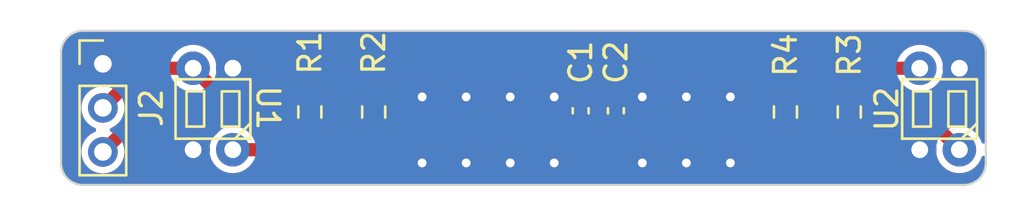
<source format=kicad_pcb>
(kicad_pcb (version 20221018) (generator pcbnew)
  (layers (0 "F.Cu" signal) (31 "B.Cu" signal) (34 "B.Paste" user) (35 "F.Paste" user) (36 "B.SilkS" user "B.Silkscreen") (37 "F.SilkS" user "F.Silkscreen") (38 "B.Mask" user) (39 "F.Mask" user) (44 "Edge.Cuts" user))
  (net 0 "")
  (net 1 "GND2")
  (net 2 "+5V")
  (net 3 "Net-(J2-Pin_2)")
  (net 4 "Net-(U1-Anode)")
  (net 5 "Net-(U2-Anode)")
  (footprint "robot_contest:LBR-123F" (layer "F.Cu") (at 149.7 98.25 90)
    (fp_text reference "U1" (at 0.05 2.5 270 unlocked) (layer "F.SilkS"))
    (fp_text value "LBR-123F")
    (fp_line (start -0.65 1.7) (end -1.35 1) (stroke (width 0.12)) (layer "F.SilkS"))
    (fp_rect (start -1.35 -1.7) (end 1.35 1.7) (stroke (width 0.12)) (fill none) (layer "F.SilkS"))
    (fp_rect (start -0.8 -1.2) (end 0.8 -0.4) (stroke (width 0.12)) (fill none) (layer "F.SilkS"))
    (fp_rect (start -0.8 0.4) (end 0.8 1.2) (stroke (width 0.12)) (fill none) (layer "F.SilkS"))
    (pad "1" thru_hole circle (at -1.85 0.9 90) (size 1.524 1.524) (drill 0.762) (layers "*.Cu" "*.Mask") (net 4 "Net-(U1-Anode)"))
    (pad "2" thru_hole circle (at 1.85 0.9 90) (size 1.524 1.524) (drill 0.762) (layers "*.Cu" "*.Mask") (net 1 "GND2"))
    (pad "3" thru_hole circle (at -1.85 -0.9 90) (size 1.524 1.524) (drill 0.762) (layers "*.Cu" "*.Mask") (net 1 "GND2"))
    (pad "4" thru_hole circle (at 1.85 -0.9 90) (size 1.524 1.524) (drill 0.762) (layers "*.Cu" "*.Mask") (net 3 "Net-(J2-Pin_2)"))
  )
  (footprint "Resistor_SMD:R_0603_1608Metric_Pad0.98x0.95mm_HandSolder" (layer "F.Cu") (at 175.7 98.3875 90)
    (fp_text reference "R4" (at 2.5875 0 90) (layer "F.SilkS"))
    (fp_text value "10k")
    (fp_line (start -0.254724 -0.5225) (end 0.254724 -0.5225) (stroke (width 0.12)) (layer "F.SilkS"))
    (fp_line (start -0.254724 0.5225) (end 0.254724 0.5225) (stroke (width 0.12)) (layer "F.SilkS"))
    (pad "1" smd roundrect (at -0.9125 0 90) (size 0.975 0.95) (layers "F.Cu" "F.Paste" "F.Mask") (net 2 "+5V"))
    (pad "2" smd roundrect (at 0.9125 0 90) (size 0.975 0.95) (layers "F.Cu" "F.Paste" "F.Mask") (net 3 "Net-(J2-Pin_2)"))
  )
  (footprint "Resistor_SMD:R_0603_1608Metric_Pad0.98x0.95mm_HandSolder" (layer "F.Cu") (at 178.6 98.3875 -90)
    (fp_text reference "R3" (at -2.5875 0 90) (layer "F.SilkS"))
    (fp_text value "200")
    (fp_line (start -0.254724 -0.5225) (end 0.254724 -0.5225) (stroke (width 0.12)) (layer "F.SilkS"))
    (fp_line (start -0.254724 0.5225) (end 0.254724 0.5225) (stroke (width 0.12)) (layer "F.SilkS"))
    (pad "1" smd roundrect (at -0.9125 0 270) (size 0.975 0.95) (layers "F.Cu" "F.Paste" "F.Mask") (net 2 "+5V"))
    (pad "2" smd roundrect (at 0.9125 0 270) (size 0.975 0.95) (layers "F.Cu" "F.Paste" "F.Mask") (net 5 "Net-(U2-Anode)"))
  )
  (footprint "Connector_PinHeader_2.00mm:PinHeader_1x03_P2.00mm_Vertical" (layer "F.Cu") (at 144.7 96.2)
    (fp_text reference "J2" (at 2.2 2 90) (layer "F.SilkS"))
    (fp_text value "Conn_01x03")
    (fp_line (start -1.06 -1.06) (end 0 -1.06) (stroke (width 0.12)) (layer "F.SilkS"))
    (fp_line (start -1.06 0) (end -1.06 -1.06) (stroke (width 0.12)) (layer "F.SilkS"))
    (fp_line (start -1.06 1) (end -1.06 5.06) (stroke (width 0.12)) (layer "F.SilkS"))
    (fp_line (start -1.06 1) (end 1.06 1) (stroke (width 0.12)) (layer "F.SilkS"))
    (fp_line (start -1.06 5.06) (end 1.06 5.06) (stroke (width 0.12)) (layer "F.SilkS"))
    (fp_line (start 1.06 1) (end 1.06 5.06) (stroke (width 0.12)) (layer "F.SilkS"))
    (pad "1" thru_hole rect (at 0 0) (size 1.35 1.35) (drill 0.8) (layers "*.Cu" "*.Mask") (net 1 "GND2"))
    (pad "2" thru_hole oval (at 0 2) (size 1.35 1.35) (drill 0.8) (layers "*.Cu" "*.Mask") (net 3 "Net-(J2-Pin_2)"))
    (pad "3" thru_hole oval (at 0 4) (size 1.35 1.35) (drill 0.8) (layers "*.Cu" "*.Mask") (net 2 "+5V"))
  )
  (footprint "Resistor_SMD:R_0603_1608Metric_Pad0.98x0.95mm_HandSolder" (layer "F.Cu") (at 154.1 98.3875 -90)
    (fp_text reference "R1" (at -2.6875 0 90) (layer "F.SilkS"))
    (fp_text value "200")
    (fp_line (start -0.254724 -0.5225) (end 0.254724 -0.5225) (stroke (width 0.12)) (layer "F.SilkS"))
    (fp_line (start -0.254724 0.5225) (end 0.254724 0.5225) (stroke (width 0.12)) (layer "F.SilkS"))
    (pad "1" smd roundrect (at -0.9125 0 270) (size 0.975 0.95) (layers "F.Cu" "F.Paste" "F.Mask") (net 2 "+5V"))
    (pad "2" smd roundrect (at 0.9125 0 270) (size 0.975 0.95) (layers "F.Cu" "F.Paste" "F.Mask") (net 4 "Net-(U1-Anode)"))
  )
  (footprint "Capacitor_SMD:C_0402_1005Metric_Pad0.74x0.62mm_HandSolder" (layer "F.Cu") (at 168 98.3325 -90)
    (fp_text reference "C2" (at -2.2 0 90) (layer "F.SilkS"))
    (fp_text value "0.1μ")
    (fp_line (start -0.115835 -0.36) (end 0.115835 -0.36) (stroke (width 0.12)) (layer "F.SilkS"))
    (fp_line (start -0.115835 0.36) (end 0.115835 0.36) (stroke (width 0.12)) (layer "F.SilkS"))
    (pad "1" smd roundrect (at -0.5675 0 270) (size 0.735 0.62) (layers "F.Cu" "F.Paste" "F.Mask") (net 1 "GND2"))
    (pad "2" smd roundrect (at 0.5675 0 270) (size 0.735 0.62) (layers "F.Cu" "F.Paste" "F.Mask") (net 2 "+5V"))
  )
  (footprint "Capacitor_SMD:C_0402_1005Metric_Pad0.74x0.62mm_HandSolder" (layer "F.Cu") (at 166.4 98.3325 -90)
    (fp_text reference "C1" (at -2.2 0 90) (layer "F.SilkS"))
    (fp_text value "1μ")
    (fp_line (start -0.115835 -0.36) (end 0.115835 -0.36) (stroke (width 0.12)) (layer "F.SilkS"))
    (fp_line (start -0.115835 0.36) (end 0.115835 0.36) (stroke (width 0.12)) (layer "F.SilkS"))
    (pad "1" smd roundrect (at -0.5675 0 270) (size 0.735 0.62) (layers "F.Cu" "F.Paste" "F.Mask") (net 1 "GND2"))
    (pad "2" smd roundrect (at 0.5675 0 270) (size 0.735 0.62) (layers "F.Cu" "F.Paste" "F.Mask") (net 2 "+5V"))
  )
  (footprint "Resistor_SMD:R_0603_1608Metric_Pad0.98x0.95mm_HandSolder" (layer "F.Cu") (at 157 98.3875 90)
    (fp_text reference "R2" (at 2.6875 0 90) (layer "F.SilkS"))
    (fp_text value "10k")
    (fp_line (start -0.254724 -0.5225) (end 0.254724 -0.5225) (stroke (width 0.12)) (layer "F.SilkS"))
    (fp_line (start -0.254724 0.5225) (end 0.254724 0.5225) (stroke (width 0.12)) (layer "F.SilkS"))
    (pad "1" smd roundrect (at -0.9125 0 90) (size 0.975 0.95) (layers "F.Cu" "F.Paste" "F.Mask") (net 2 "+5V"))
    (pad "2" smd roundrect (at 0.9125 0 90) (size 0.975 0.95) (layers "F.Cu" "F.Paste" "F.Mask") (net 3 "Net-(J2-Pin_2)"))
  )
  (footprint "robot_contest:LBR-123F" (layer "F.Cu") (at 182.7 98.25 90)
    (fp_text reference "U2" (at 0 -2.4 90 unlocked) (layer "F.SilkS"))
    (fp_text value "LBR-123F")
    (fp_line (start -0.65 1.7) (end -1.35 1) (stroke (width 0.12)) (layer "F.SilkS"))
    (fp_rect (start -1.35 -1.7) (end 1.35 1.7) (stroke (width 0.12)) (fill none) (layer "F.SilkS"))
    (fp_rect (start -0.8 -1.2) (end 0.8 -0.4) (stroke (width 0.12)) (fill none) (layer "F.SilkS"))
    (fp_rect (start -0.8 0.4) (end 0.8 1.2) (stroke (width 0.12)) (fill none) (layer "F.SilkS"))
    (pad "1" thru_hole circle (at -1.85 0.9 90) (size 1.524 1.524) (drill 0.762) (layers "*.Cu" "*.Mask") (net 5 "Net-(U2-Anode)"))
    (pad "2" thru_hole circle (at 1.85 0.9 90) (size 1.524 1.524) (drill 0.762) (layers "*.Cu" "*.Mask") (net 1 "GND2"))
    (pad "3" thru_hole circle (at -1.85 -0.9 90) (size 1.524 1.524) (drill 0.762) (layers "*.Cu" "*.Mask") (net 1 "GND2"))
    (pad "4" thru_hole circle (at 1.85 -0.9 90) (size 1.524 1.524) (drill 0.762) (layers "*.Cu" "*.Mask") (net 3 "Net-(J2-Pin_2)"))
  )
  (gr_arc (start 143.8 101.7) (mid 143.092892 101.407109) (end 142.8 100.7) (stroke (width 0.1)) (layer "Edge.Cuts"))
  (gr_line (start 184.8 95.7) (end 184.8 100.7) (stroke (width 0.1)) (layer "Edge.Cuts"))
  (gr_arc (start 184.8 100.7) (mid 184.507107 101.407107) (end 183.8 101.7) (stroke (width 0.1)) (layer "Edge.Cuts"))
  (gr_arc (start 183.8 94.7) (mid 184.507107 94.992893) (end 184.8 95.7) (stroke (width 0.1)) (layer "Edge.Cuts"))
  (gr_arc (start 142.8 95.7) (mid 143.092893 94.992894) (end 143.8 94.7) (stroke (width 0.1)) (layer "Edge.Cuts"))
  (gr_line (start 142.8 100.7) (end 142.8 95.7) (stroke (width 0.1)) (layer "Edge.Cuts"))
  (gr_line (start 143.8 94.7) (end 183.8 94.7) (stroke (width 0.1)) (layer "Edge.Cuts"))
  (gr_line (start 183.8 101.7) (end 143.8 101.7) (stroke (width 0.1)) (layer "Edge.Cuts"))
  (via (at 171.2 97.7) (size 0.8) (drill 0.4) (layers "F.Cu" "B.Cu") (net 1))
  (via (at 173.2 100.7) (size 0.8) (drill 0.4) (layers "F.Cu" "B.Cu") (net 1))
  (via (at 165.2 100.7) (size 0.8) (drill 0.4) (layers "F.Cu" "B.Cu") (net 1))
  (via (at 159.2 100.7) (size 0.8) (drill 0.4) (layers "F.Cu" "B.Cu") (net 1))
  (via (at 163.2 100.7) (size 0.8) (drill 0.4) (layers "F.Cu" "B.Cu") (net 1))
  (via (at 171.2 100.7) (size 0.8) (drill 0.4) (layers "F.Cu" "B.Cu") (net 1))
  (via (at 161.2 97.7) (size 0.8) (drill 0.4) (layers "F.Cu" "B.Cu") (net 1))
  (via (at 159.2 97.7) (size 0.8) (drill 0.4) (layers "F.Cu" "B.Cu") (net 1))
  (via (at 169.2 97.7) (size 0.8) (drill 0.4) (layers "F.Cu" "B.Cu") (net 1))
  (via (at 173.2 97.7) (size 0.8) (drill 0.4) (layers "F.Cu" "B.Cu") (net 1))
  (via (at 169.2 100.7) (size 0.8) (drill 0.4) (layers "F.Cu" "B.Cu") (net 1))
  (via (at 163.2 97.7) (size 0.8) (drill 0.4) (layers "F.Cu" "B.Cu") (net 1))
  (via (at 165.2 97.7) (size 0.8) (drill 0.4) (layers "F.Cu" "B.Cu") (net 1))
  (via (at 161.2 100.7) (size 0.8) (drill 0.4) (layers "F.Cu" "B.Cu") (net 1))
  (segment (start 165.4 98.988) (end 169.1 98.988) (width 0.5) (layer "B.Cu") (net 1))
  (segment (start 150.6 96.4) (end 150.6 98.3) (width 0.5) (layer "B.Cu") (net 1))
  (segment (start 169.2 100.7) (end 169.2 99.088) (width 0.5) (layer "B.Cu") (net 1))
  (segment (start 183.6 98.3) (end 181.8 100.1) (width 0.5) (layer "B.Cu") (net 1))
  (segment (start 169.2 99.088) (end 169.3 98.988) (width 0.5) (layer "B.Cu") (net 1))
  (segment (start 169.2 97.7) (end 173.2 97.7) (width 0.5) (layer "B.Cu") (net 1))
  (segment (start 150.6 98.3) (end 148.8 100.1) (width 0.5) (layer "B.Cu") (net 1))
  (segment (start 173.2 100.7) (end 169.2 100.7) (width 0.5) (layer "B.Cu") (net 1))
  (segment (start 169.1 98.988) (end 169.3 98.988) (width 0.5) (layer "B.Cu") (net 1))
  (segment (start 169.2 98.888) (end 169.1 98.988) (width 0.5) (layer "B.Cu") (net 1))
  (segment (start 144.7 96.2) (end 144.9 96.2) (width 0.5) (layer "B.Cu") (net 1))
  (segment (start 159.2 97.7) (end 151.2 97.7) (width 0.5) (layer "B.Cu") (net 1))
  (segment (start 183.6 96.4) (end 183.6 98.3) (width 0.5) (layer "B.Cu") (net 1))
  (segment (start 165.2 100.7) (end 159.2 100.7) (width 0.5) (layer "B.Cu") (net 1))
  (segment (start 169.2 100.7) (end 165.2 100.7) (width 0.5) (layer "B.Cu") (net 1))
  (segment (start 165.2 97.7) (end 165.2 98.788) (width 0.5) (layer "B.Cu") (net 1))
  (segment (start 169.2 97.7) (end 169.2 98.888) (width 0.5) (layer "B.Cu") (net 1))
  (segment (start 181.8 100.1) (end 173.8 100.1) (width 0.5) (layer "B.Cu") (net 1))
  (segment (start 173.8 100.1) (end 173.2 100.7) (width 0.5) (layer "B.Cu") (net 1))
  (segment (start 151.2 97.7) (end 150.6 98.3) (width 0.5) (layer "B.Cu") (net 1))
  (segment (start 144.9 96.2) (end 148.8 100.1) (width 0.5) (layer "B.Cu") (net 1))
  (segment (start 159.2 97.7) (end 165.2 97.7) (width 0.5) (layer "B.Cu") (net 1))
  (segment (start 165.2 98.788) (end 165.4 98.988) (width 0.5) (layer "B.Cu") (net 1))
  (segment (start 146.1 98.8) (end 144.7 100.2) (width 0.6) (layer "F.Cu") (net 2))
  (segment (start 155.175 97.475) (end 157 99.3) (width 0.6) (layer "F.Cu") (net 2))
  (segment (start 157 99.3) (end 166 99.3) (width 0.6) (layer "F.Cu") (net 2))
  (segment (start 168.4 99.3) (end 168 98.9) (width 0.6) (layer "F.Cu") (net 2))
  (segment (start 177.525 97.475) (end 175.7 99.3) (width 0.6) (layer "F.Cu") (net 2))
  (segment (start 166 99.3) (end 166.4 98.9) (width 0.6) (layer "F.Cu") (net 2))
  (segment (start 166.4 98.9) (end 168 98.9) (width 0.6) (layer "F.Cu") (net 2))
  (segment (start 154.1 97.475) (end 152.775 98.8) (width 0.6) (layer "F.Cu") (net 2))
  (segment (start 154.1 97.475) (end 155.175 97.475) (width 0.6) (layer "F.Cu") (net 2))
  (segment (start 178.6 97.475) (end 177.525 97.475) (width 0.6) (layer "F.Cu") (net 2))
  (segment (start 152.775 98.8) (end 146.1 98.8) (width 0.6) (layer "F.Cu") (net 2))
  (segment (start 175.7 99.3) (end 168.4 99.3) (width 0.6) (layer "F.Cu") (net 2))
  (segment (start 176.775 96.4) (end 176.3375 96.8375) (width 0.6) (layer "F.Cu") (net 3))
  (segment (start 150.3 97.9) (end 151.8 97.9) (width 0.6) (layer "F.Cu") (net 3))
  (segment (start 181.8 96.4) (end 176.775 96.4) (width 0.6) (layer "F.Cu") (net 3))
  (segment (start 157.5875 96.8875) (end 157 97.475) (width 0.6) (layer "F.Cu") (net 3))
  (segment (start 175.0625 96.8375) (end 176.3375 96.8375) (width 0.6) (layer "F.Cu") (net 3))
  (segment (start 155.925 96.4) (end 156.4125 96.8875) (width 0.6) (layer "F.Cu") (net 3))
  (segment (start 174.625 96.4) (end 158.075 96.4) (width 0.6) (layer "F.Cu") (net 3))
  (segment (start 156.4125 96.8875) (end 157 97.475) (width 0.6) (layer "F.Cu") (net 3))
  (segment (start 151.8 97.9) (end 153.3 96.4) (width 0.6) (layer "F.Cu") (net 3))
  (segment (start 176.3375 96.8375) (end 175.7 97.475) (width 0.6) (layer "F.Cu") (net 3))
  (segment (start 175.0625 96.8375) (end 174.625 96.4) (width 0.6) (layer "F.Cu") (net 3))
  (segment (start 158.075 96.4) (end 155.925 96.4) (width 0.6) (layer "F.Cu") (net 3))
  (segment (start 146.5 96.4) (end 144.7 98.2) (width 0.6) (layer "F.Cu") (net 3))
  (segment (start 175.7 97.475) (end 175.0625 96.8375) (width 0.6) (layer "F.Cu") (net 3))
  (segment (start 158.075 96.4) (end 157.5875 96.8875) (width 0.6) (layer "F.Cu") (net 3))
  (segment (start 153.3 96.4) (end 155.925 96.4) (width 0.6) (layer "F.Cu") (net 3))
  (segment (start 148.8 96.4) (end 146.5 96.4) (width 0.6) (layer "F.Cu") (net 3))
  (segment (start 156.4125 96.8875) (end 157.5875 96.8875) (width 0.6) (layer "F.Cu") (net 3))
  (segment (start 176.775 96.4) (end 174.625 96.4) (width 0.6) (layer "F.Cu") (net 3))
  (segment (start 148.8 96.4) (end 150.3 97.9) (width 0.6) (layer "F.Cu") (net 3))
  (segment (start 154.1 99.3) (end 153.3 100.1) (width 0.6) (layer "F.Cu") (net 4))
  (segment (start 153.3 100.1) (end 150.6 100.1) (width 0.6) (layer "F.Cu") (net 4))
  (segment (start 178.6 99.3) (end 178.962 98.938) (width 0.6) (layer "F.Cu") (net 5))
  (segment (start 178.962 98.938) (end 182.438 98.938) (width 0.6) (layer "F.Cu") (net 5))
  (segment (start 182.438 98.938) (end 183.6 100.1) (width 0.6) (layer "F.Cu") (net 5))
  (zone (net 1) (net_name "GND2") (layers "F&B.Cu") (connect_pads yes (clearance 0.3)) (min_thickness 0.2) (fill yes (thermal_gap 0.5) (thermal_bridge_width 0.5))
    (polygon (pts (xy 141.3 103.2) (xy 141.4 103.3) (xy 186.2 103.3) (xy 186.3 103.2) (xy 186.3 93.3) (xy 141.3 93.3)))
  )
)
</source>
